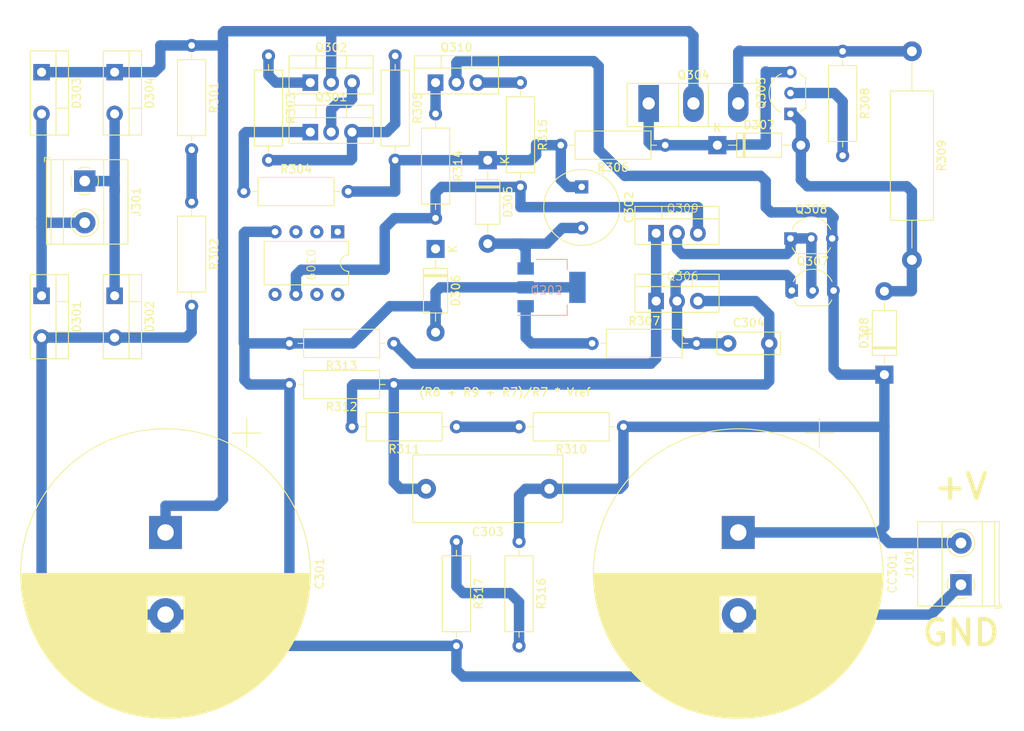
<source format=kicad_pcb>
(kicad_pcb (version 20221018) (generator pcbnew)
  (layers (0 "F.Cu" signal) (31 "B.Cu" signal) (34 "B.Paste" user) (35 "F.Paste" user) (36 "B.SilkS" user "B.Silkscreen") (37 "F.SilkS" user "F.Silkscreen") (38 "B.Mask" user) (39 "F.Mask" user) (44 "Edge.Cuts" user))
  (net 0 "")
  (net 1 "GNDREF")
  (net 2 "VDC")
  (net 3 "AC1")
  (net 4 "AC2")
  (net 5 "Net-(D303-K)")
  (net 6 "Net-(D305-K)")
  (net 7 "Net-(D305-A)")
  (net 8 "Net-(Q306-B)")
  (net 9 "Net-(Q306-C)")
  (net 10 "Net-(D307-K)")
  (net 11 "Net-(D307-A)")
  (net 12 "Net-(D309-K)")
  (net 13 "Net-(Q301-G)")
  (net 14 "Net-(Q301-D)")
  (net 15 "Net-(Q301-S)")
  (net 16 "Net-(Q302-Pad1)")
  (net 17 "Net-(Q303-B)")
  (net 18 "Net-(Q304-S)")
  (net 19 "Net-(Q305-B)")
  (net 20 "Net-(Q306-E)")
  (net 21 "Net-(Q307-B)")
  (net 22 "Net-(Q310-Pad1)")
  (net 23 "Net-(Q310-Pad3)")
  (net 24 "Net-(R301-Pad2)")
  (net 25 "Net-(R310-Pad2)")
  (net 26 "Net-(R316-Pad2)")
  (footprint "Package_TO_SOT_THT:TO-220-3_Vertical" (layer "F.Cu") (at 139.276 76.966)
    (fp_text reference "Q301" (at 2.54 -4.27) (layer "F.SilkS"))
    (fp_text value "DN2540N5-G")
    (pad "1" thru_hole rect (at 0 0) (size 1.905 2) (drill 1.1) (layers "*.Cu" "*.Mask") (net 13 "Net-(Q301-G)"))
    (pad "2" thru_hole oval (at 2.54 0) (size 1.905 2) (drill 1.1) (layers "*.Cu" "*.Mask") (net 14 "Net-(Q301-D)"))
    (pad "3" thru_hole oval (at 5.08 0) (size 1.905 2) (drill 1.1) (layers "*.Cu" "*.Mask") (net 15 "Net-(Q301-S)"))
  )
  (footprint "Resistor_THT:R_Axial_DIN0309_L9.0mm_D3.2mm_P12.70mm_Horizontal" (layer "F.Cu") (at 149.436 102.691 180)
    (fp_text reference "R313" (at 6.35 -2.72) (layer "F.SilkS"))
    (fp_text value "50k")
    (pad "1" thru_hole circle (at 0 0 180) (size 1.6 1.6) (drill 0.8) (layers "*.Cu" "*.Mask") (net 20 "Net-(Q306-E)"))
    (pad "2" thru_hole oval (at 12.7 0 180) (size 1.6 1.6) (drill 0.8) (layers "*.Cu" "*.Mask") (net 1 "GNDREF"))
  )
  (footprint "Resistor_THT:R_Axial_DIN0309_L9.0mm_D3.2mm_P12.70mm_Horizontal" (layer "F.Cu") (at 124.841 66.421 -90)
    (fp_text reference "R301" (at 6.35 -2.72 90) (layer "F.SilkS"))
    (fp_text value "249k")
    (pad "1" thru_hole circle (at 0 0 270) (size 1.6 1.6) (drill 0.8) (layers "*.Cu" "*.Mask") (net 5 "Net-(D303-K)"))
    (pad "2" thru_hole oval (at 12.7 0 270) (size 1.6 1.6) (drill 0.8) (layers "*.Cu" "*.Mask") (net 24 "Net-(R301-Pad2)"))
  )
  (footprint "Resistor_THT:R_Axial_DIN0309_L9.0mm_D3.2mm_P12.70mm_Horizontal" (layer "F.Cu") (at 182.456 78.561 180)
    (fp_text reference "R306" (at 6.35 -2.72) (layer "F.SilkS"))
    (fp_text value "2k")
    (pad "1" thru_hole circle (at 0 0 180) (size 1.6 1.6) (drill 0.8) (layers "*.Cu" "*.Mask") (net 10 "Net-(D307-K)"))
    (pad "2" thru_hole oval (at 12.7 0 180) (size 1.6 1.6) (drill 0.8) (layers "*.Cu" "*.Mask") (net 6 "Net-(D305-K)"))
  )
  (footprint "Capacitor_THT:CP_Radial_Tantal_D9.0mm_P5.00mm" (layer "F.Cu") (at 172.296 83.641 -90)
    (fp_text reference "C302" (at 2.5 -5.75 90) (layer "F.SilkS"))
    (fp_text value "47u")
    (pad "1" thru_hole rect (at 0 0 270) (size 1.6 1.6) (drill 0.8) (layers "*.Cu" "*.Mask") (net 6 "Net-(D305-K)"))
    (pad "2" thru_hole circle (at 5 0 270) (size 1.6 1.6) (drill 0.8) (layers "*.Cu" "*.Mask") (net 7 "Net-(D305-A)"))
  )
  (footprint "Package_TO_SOT_THT:TO-220-3_Vertical" (layer "F.Cu") (at 154.516 70.941)
    (fp_text reference "Q310" (at 2.54 -4.27) (layer "F.SilkS"))
    (fp_text value "~")
    (pad "1" thru_hole rect (at 0 0) (size 1.905 2) (drill 1.1) (layers "*.Cu" "*.Mask") (net 22 "Net-(Q310-Pad1)"))
    (pad "2" thru_hole oval (at 2.54 0) (size 1.905 2) (drill 1.1) (layers "*.Cu" "*.Mask") (net 2 "VDC"))
    (pad "3" thru_hole oval (at 5.08 0) (size 1.905 2) (drill 1.1) (layers "*.Cu" "*.Mask") (net 23 "Net-(Q310-Pad3)"))
  )
  (footprint "Package_TO_SOT_THT:TO-220-2_Vertical" (layer "F.Cu") (at 115.471 69.671 -90)
    (fp_text reference "D304" (at 2.54 -4.27 90) (layer "F.SilkS"))
    (fp_text value "STTH512")
    (pad "1" thru_hole rect (at 0 0 270) (size 2 2) (drill 1.1) (layers "*.Cu" "*.Mask") (net 5 "Net-(D303-K)"))
    (pad "2" thru_hole oval (at 5.08 0 270) (size 2 2) (drill 1.1) (layers "*.Cu" "*.Mask") (net 4 "AC2"))
  )
  (footprint "TerminalBlock_Phoenix:TerminalBlock_Phoenix_MKDS-1,5-2-5.08_1x02_P5.08mm_Horizontal" (layer "F.Cu") (at 111.836 82.926 -90)
    (fp_text reference "J301" (at 2.54 -6.26 90) (layer "F.SilkS"))
    (fp_text value "Screw_Terminal_01x02")
    (pad "1" thru_hole rect (at 0 0 270) (size 2.6 2.6) (drill 1.3) (layers "*.Cu" "*.Mask") (net 4 "AC2"))
    (pad "2" thru_hole circle (at 5.08 0 270) (size 2.6 2.6) (drill 1.3) (layers "*.Cu" "*.Mask") (net 3 "AC1"))
  )
  (footprint "Package_TO_SOT_THT:TO-92_Inline_Wide" (layer "F.Cu") (at 197.866 96.266)
    (fp_text reference "Q307" (at 2.54 -3.56) (layer "F.SilkS"))
    (fp_text value "BC557")
    (pad "1" thru_hole rect (at 0 0) (size 1.5 1.5) (drill 0.8) (layers "*.Cu" "*.Mask") (net 9 "Net-(Q306-C)"))
    (pad "2" thru_hole circle (at 2.54 0) (size 1.5 1.5) (drill 0.8) (layers "*.Cu" "*.Mask") (net 21 "Net-(Q307-B)"))
    (pad "3" thru_hole circle (at 5.08 0) (size 1.5 1.5) (drill 0.8) (layers "*.Cu" "*.Mask") (net 2 "VDC"))
  )
  (footprint "Resistor_THT:R_Axial_DIN0516_L15.5mm_D5.0mm_P25.40mm_Horizontal" (layer "F.Cu") (at 212.471 67.131 -90)
    (fp_text reference "R309" (at 12.7 -3.62 90) (layer "F.SilkS"))
    (fp_text value "5.1")
    (pad "1" thru_hole circle (at 0 0 270) (size 2.4 2.4) (drill 1.2) (layers "*.Cu" "*.Mask") (net 18 "Net-(Q304-S)"))
    (pad "2" thru_hole oval (at 25.4 0 270) (size 2.4 2.4) (drill 1.2) (layers "*.Cu" "*.Mask") (net 11 "Net-(D307-A)"))
  )
  (footprint "Resistor_THT:R_Axial_DIN0309_L9.0mm_D3.2mm_P12.70mm_Horizontal" (layer "F.Cu") (at 149.606 67.691 -90)
    (fp_text reference "R305" (at 6.35 -2.72 90) (layer "F.SilkS"))
    (fp_text value "4.7k")
    (pad "1" thru_hole circle (at 0 0 270) (size 1.6 1.6) (drill 0.8) (layers "*.Cu" "*.Mask") (net 15 "Net-(Q301-S)"))
    (pad "2" thru_hole oval (at 12.7 0 270) (size 1.6 1.6) (drill 0.8) (layers "*.Cu" "*.Mask") (net 6 "Net-(D305-K)"))
  )
  (footprint "Resistor_THT:R_Axial_DIN0309_L9.0mm_D3.2mm_P12.70mm_Horizontal" (layer "F.Cu") (at 164.676 126.821 -90)
    (fp_text reference "R316" (at 6.35 -2.72 90) (layer "F.SilkS"))
    (fp_text value "249k")
    (pad "1" thru_hole circle (at 0 0 270) (size 1.6 1.6) (drill 0.8) (layers "*.Cu" "*.Mask") (net 2 "VDC"))
    (pad "2" thru_hole oval (at 12.7 0 270) (size 1.6 1.6) (drill 0.8) (layers "*.Cu" "*.Mask") (net 26 "Net-(R316-Pad2)"))
  )
  (footprint "Capacitor_THT:CP_Radial_D35.0mm_P10.00mm_SnapIn" (layer "F.Cu") (at 121.666 125.711 -90)
    (fp_text reference "C301" (at 5 -18.75 90) (layer "F.SilkS"))
    (fp_text value "1200u")
    (pad "1" thru_hole rect (at 0 0 270) (size 4 4) (drill 2) (layers "*.Cu" "*.Mask") (net 5 "Net-(D303-K)"))
    (pad "2" thru_hole circle (at 10 0 270) (size 4 4) (drill 2) (layers "*.Cu" "*.Mask") (net 1 "GNDREF"))
  )
  (footprint "Resistor_THT:R_Axial_DIN0309_L9.0mm_D3.2mm_P12.70mm_Horizontal" (layer "F.Cu") (at 177.376 112.851 180)
    (fp_text reference "R310" (at 6.35 -2.72) (layer "F.SilkS"))
    (fp_text value "215k")
    (pad "1" thru_hole circle (at 0 0 180) (size 1.6 1.6) (drill 0.8) (layers "*.Cu" "*.Mask") (net 2 "VDC"))
    (pad "2" thru_hole oval (at 12.7 0 180) (size 1.6 1.6) (drill 0.8) (layers "*.Cu" "*.Mask") (net 25 "Net-(R310-Pad2)"))
  )
  (footprint "Package_TO_SOT_THT:TO-220-2_Vertical" (layer "F.Cu") (at 115.471 96.901 -90)
    (fp_text reference "D302" (at 2.54 -4.27 90) (layer "F.SilkS"))
    (fp_text value "STTH512")
    (pad "1" thru_hole rect (at 0 0 270) (size 2 2) (drill 1.1) (layers "*.Cu" "*.Mask") (net 4 "AC2"))
    (pad "2" thru_hole oval (at 5.08 0 270) (size 2 2) (drill 1.1) (layers "*.Cu" "*.Mask") (net 1 "GNDREF"))
  )
  (footprint "Capacitor_THT:C_Disc_D7.5mm_W2.5mm_P5.00mm" (layer "F.Cu") (at 190.116 102.691)
    (fp_text reference "C304" (at 2.5 -2.5) (layer "F.SilkS"))
    (fp_text value "5p")
    (pad "1" thru_hole circle (at 0 0) (size 2 2) (drill 1) (layers "*.Cu" "*.Mask") (net 9 "Net-(Q306-C)"))
    (pad "2" thru_hole circle (at 5 0) (size 2 2) (drill 1) (layers "*.Cu" "*.Mask") (net 8 "Net-(Q306-B)"))
  )
  (footprint "Package_TO_SOT_THT:TO-220-2_Vertical" (layer "F.Cu") (at 106.581 96.901 -90)
    (fp_text reference "D301" (at 2.54 -4.27 90) (layer "F.SilkS"))
    (fp_text value "STTH512")
    (pad "1" thru_hole rect (at 0 0 270) (size 2 2) (drill 1.1) (layers "*.Cu" "*.Mask") (net 3 "AC1"))
    (pad "2" thru_hole oval (at 5.08 0 270) (size 2 2) (drill 1.1) (layers "*.Cu" "*.Mask") (net 1 "GNDREF"))
  )
  (footprint "TerminalBlock_Phoenix:TerminalBlock_Phoenix_MKDS-1,5-2-5.08_1x02_P5.08mm_Horizontal" (layer "F.Cu") (at 218.44 132.08 90)
    (fp_text reference "J101" (at 2.54 -6.26 90) (layer "F.SilkS"))
    (fp_text value "Screw_Terminal_01x02")
    (pad "1" thru_hole rect (at 0 0 90) (size 2.6 2.6) (drill 1.3) (layers "*.Cu" "*.Mask") (net 1 "GNDREF"))
    (pad "2" thru_hole circle (at 5.08 0 90) (size 2.6 2.6) (drill 1.3) (layers "*.Cu" "*.Mask") (net 2 "VDC"))
  )
  (footprint "Package_TO_SOT_THT:TO-220-2_Vertical" (layer "F.Cu") (at 106.581 69.671 -90)
    (fp_text reference "D303" (at 2.54 -4.27 90) (layer "F.SilkS"))
    (fp_text value "STTH512")
    (pad "1" thru_hole rect (at 0 0 270) (size 2 2) (drill 1.1) (layers "*.Cu" "*.Mask") (net 5 "Net-(D303-K)"))
    (pad "2" thru_hole oval (at 5.08 0 270) (size 2 2) (drill 1.1) (layers "*.Cu" "*.Mask") (net 3 "AC1"))
  )
  (footprint "Capacitor_THT:C_Rect_L18.0mm_W8.0mm_P15.00mm_FKS3_FKP3" (layer "F.Cu") (at 168.366 120.396 180)
    (fp_text reference "C303" (at 7.5 -5.25) (layer "F.SilkS"))
    (fp_text value "47n")
    (pad "1" thru_hole circle (at 0 0 180) (size 2.4 2.4) (drill 1.2) (layers "*.Cu" "*.Mask") (net 2 "VDC"))
    (pad "2" thru_hole circle (at 15 0 180) (size 2.4 2.4) (drill 1.2) (layers "*.Cu" "*.Mask") (net 8 "Net-(Q306-B)"))
  )
  (footprint "Resistor_THT:R_Axial_DIN0309_L9.0mm_D3.2mm_P12.70mm_Horizontal" (layer "F.Cu") (at 134.196 67.691 -90)
    (fp_text reference "R303" (at 6.35 -2.72 90) (layer "F.SilkS"))
    (fp_text value "1k")
    (pad "1" thru_hole circle (at 0 0 270) (size 1.6 1.6) (drill 0.8) (layers "*.Cu" "*.Mask") (net 16 "Net-(Q302-Pad1)"))
    (pad "2" thru_hole oval (at 12.7 0 270) (size 1.6 1.6) (drill 0.8) (layers "*.Cu" "*.Mask") (net 15 "Net-(Q301-S)"))
  )
  (footprint "Package_TO_SOT_THT:TO-220-3_Vertical" (layer "F.Cu") (at 139.276 70.941)
    (fp_text reference "Q302" (at 2.54 -4.27) (layer "F.SilkS"))
    (fp_text value "~")
    (pad "1" thru_hole rect (at 0 0) (size 1.905 2) (drill 1.1) (layers "*.Cu" "*.Mask") (net 16 "Net-(Q302-Pad1)"))
    (pad "2" thru_hole oval (at 2.54 0) (size 1.905 2) (drill 1.1) (layers "*.Cu" "*.Mask") (net 5 "Net-(D303-K)"))
    (pad "3" thru_hole oval (at 5.08 0) (size 1.905 2) (drill 1.1) (layers "*.Cu" "*.Mask") (net 14 "Net-(Q301-D)"))
  )
  (footprint "CustomKicadFootprint:LT1021" (layer "F.Cu") (at 138.811 93.091 -90)
    (fp_text reference "D309" (at 0 -0.5 -90 unlocked) (layer "F.SilkS") (effects (font (thickness 0.1))))
    (fp_text value "10V")
    (pad "" thru_hole rect (at -3.98 -3.8 270) (size 1.6 1.6) (drill 0.8) (layers "*.Cu" "*.Mask"))
    (pad "" thru_hole oval (at -3.98 -1.26 270) (size 1.6 1.6) (drill 0.8) (layers "*.Cu" "*.Mask"))
    (pad "" thru_hole oval (at -3.98 1.28 270) (size 1.6 1.6) (drill 0.8) (layers "*.Cu" "*.Mask"))
    (pad "" thru_hole oval (at 3.64 -3.8 270) (size 1.6 1.6) (drill 0.8) (layers "*.Cu" "*.Mask"))
    (pad "" thru_hole oval (at 3.64 -1.26 270) (size 1.6 1.6) (drill 0.8) (layers "*.Cu" "*.Mask"))
    (pad "" thru_hole oval (at 3.64 3.82 270) (size 1.6 1.6) (drill 0.8) (layers "*.Cu" "*.Mask"))
    (pad "1" thru_hole oval (at 3.64 1.28 270) (size 1.6 1.6) (drill 0.8) (layers "*.Cu" "*.Mask") (net 12 "Net-(D309-K)"))
    (pad "2" thru_hole oval (at -3.98 3.82 270) (size 1.6 1.6) (drill 0.8) (layers "*.Cu" "*.Mask") (net 1 "GNDREF"))
  )
  (footprint "Resistor_THT:R_Axial_DIN0309_L9.0mm_D3.2mm_P12.70mm_Horizontal" (layer "F.Cu") (at 157.056 126.821 -90)
    (fp_text reference "R317" (at 6.35 -2.72 90) (layer "F.SilkS"))
    (fp_text value "249k")
    (pad "1" thru_hole circle (at 0 0 270) (size 1.6 1.6) (drill 0.8) (layers "*.Cu" "*.Mask") (net 26 "Net-(R316-Pad2)"))
    (pad "2" thru_hole oval (at 12.7 0 270) (size 1.6 1.6) (drill 0.8) (layers "*.Cu" "*.Mask") (net 1 "GNDREF"))
  )
  (footprint "Resistor_THT:R_Axial_DIN0309_L9.0mm_D3.2mm_P12.70mm_Horizontal" (layer "F.Cu") (at 124.841 85.471 -90)
    (fp_text reference "R302" (at 6.35 -2.72 90) (layer "F.SilkS"))
    (fp_text value "249k")
    (pad "1" thru_hole circle (at 0 0 270) (size 1.6 1.6) (drill 0.8) (layers "*.Cu" "*.Mask") (net 24 "Net-(R301-Pad2)"))
    (pad "2" thru_hole oval (at 12.7 0 270) (size 1.6 1.6) (drill 0.8) (layers "*.Cu" "*.Mask") (net 1 "GNDREF"))
  )
  (footprint "Package_TO_SOT_THT:TO-247-3_Vertical" (layer "F.Cu") (at 180.446 73.481)
    (fp_text reference "Q304" (at 5.45 -3.45) (layer "F.SilkS"))
    (fp_text value "C2M1000170D")
    (pad "1" thru_hole rect (at 0 0) (size 2.5 4.5) (drill 1.5) (layers "*.Cu" "*.Mask") (net 10 "Net-(D307-K)"))
    (pad "2" thru_hole oval (at 5.45 0) (size 2.5 4.5) (drill 1.5) (layers "*.Cu" "*.Mask") (net 5 "Net-(D303-K)"))
    (pad "3" thru_hole oval (at 10.9 0) (size 2.5 4.5) (drill 1.5) (layers "*.Cu" "*.Mask") (net 18 "Net-(Q304-S)"))
  )
  (footprint "Resistor_THT:R_Axial_DIN0309_L9.0mm_D3.2mm_P12.70mm_Horizontal" (layer "F.Cu") (at 154.516 74.751 -90)
    (fp_text reference "R314" (at 6.35 -2.72 90) (layer "F.SilkS"))
    (fp_text value "1k")
    (pad "1" thru_hole circle (at 0 0 270) (size 1.6 1.6) (drill 0.8) (layers "*.Cu" "*.Mask") (net 22 "Net-(Q310-Pad1)"))
    (pad "2" thru_hole oval (at 12.7 0 270) (size 1.6 1.6) (drill 0.8) (layers "*.Cu" "*.Mask") (net 12 "Net-(D309-K)"))
  )
  (footprint "Resistor_THT:R_Axial_DIN0309_L9.0mm_D3.2mm_P12.70mm_Horizontal" (layer "F.Cu") (at 131.191 84.201)
    (fp_text reference "R304" (at 6.35 -2.72) (layer "F.SilkS"))
    (fp_text value "100R")
    (pad "1" thru_hole circle (at 0 0) (size 1.6 1.6) (drill 0.8) (layers "*.Cu" "*.Mask") (net 13 "Net-(Q301-G)"))
    (pad "2" thru_hole oval (at 12.7 0) (size 1.6 1.6) (drill 0.8) (layers "*.Cu" "*.Mask") (net 6 "Net-(D305-K)"))
  )
  (footprint "Resistor_THT:R_Axial_DIN0309_L9.0mm_D3.2mm_P12.70mm_Horizontal" (layer "F.Cu") (at 157.056 112.851 180)
    (fp_text reference "R311" (at 6.35 -2.72) (layer "F.SilkS"))
    (fp_text value "215k")
    (pad "1" thru_hole circle (at 0 0 180) (size 1.6 1.6) (drill 0.8) (layers "*.Cu" "*.Mask") (net 25 "Net-(R310-Pad2)"))
    (pad "2" thru_hole oval (at 12.7 0 180) (size 1.6 1.6) (drill 0.8) (layers "*.Cu" "*.Mask") (net 8 "Net-(Q306-B)"))
  )
  (footprint "Diode_THT:D_DO-41_SOD81_P10.16mm_Horizontal" (layer "F.Cu") (at 160.866 80.391 -90)
    (fp_text reference "D305" (at 5.08 -2.47 90) (layer "F.SilkS"))
    (fp_text value "1N5927")
    (fp_text user "K" (at 0 -2.1 90) (layer "F.SilkS"))
    (pad "1" thru_hole rect (at 0 0 270) (size 2.2 2.2) (drill 1.1) (layers "*.Cu" "*.Mask") (net 6 "Net-(D305-K)"))
    (pad "2" thru_hole oval (at 10.16 0 270) (size 2.2 2.2) (drill 1.1) (layers "*.Cu" "*.Mask") (net 7 "Net-(D305-A)"))
  )
  (footprint "CustomKicadFootprint:KSC5026" (layer "F.Cu") (at 184.586 95.021)
    (fp_text reference "Q306" (at 0 -0.5 unlocked) (layer "F.SilkS") (effects (font (thickness 0.1))))
    (fp_text value "KSC5026")
    (pad "1" thru_hole oval (at -0.69 2.515) (size 1.905 2) (drill 1.1) (layers "*.Cu" "*.Mask") (net 9 "Net-(Q306-C)"))
    (pad "2" thru_hole oval (at 1.85 2.515) (size 1.905 2) (drill 1.1) (layers "*.Cu" "*.Mask") (net 8 "Net-(Q306-B)"))
    (pad "3" thru_hole rect (at -3.23 2.515) (size 1.905 2) (drill 1.1) (layers "*.Cu" "*.Mask") (net 20 "Net-(Q306-E)"))
  )
  (footprint "Package_TO_SOT_THT:TO-92_Inline_Wide" (layer "F.Cu") (at 197.696 89.916)
    (fp_text reference "Q308" (at 2.54 -3.56) (layer "F.SilkS"))
    (fp_text value "BC557")
    (pad "1" thru_hole rect (at 0 0) (size 1.5 1.5) (drill 0.8) (layers "*.Cu" "*.Mask") (net 21 "Net-(Q307-B)"))
    (pad "2" thru_hole circle (at 2.54 0) (size 1.5 1.5) (drill 0.8) (layers "*.Cu" "*.Mask") (net 21 "Net-(Q307-B)"))
    (pad "3" thru_hole circle (at 5.08 0) (size 1.5 1.5) (drill 0.8) (layers "*.Cu" "*.Mask") (net 2 "VDC"))
  )
  (footprint "Diode_THT:D_DO-41_SOD81_P10.16mm_Horizontal" (layer "F.Cu") (at 209.126 106.501 90)
    (fp_text reference "D308" (at 5.08 -2.47 90) (layer "F.SilkS"))
    (fp_text value "1N4007")
    (fp_text user "K" (at 5.24 -2.1 90) (layer "F.SilkS"))
    (pad "1" thru_hole rect (at 0 0 90) (size 2.2 2.2) (drill 1.1) (layers "*.Cu" "*.Mask") (net 2 "VDC"))
    (pad "2" thru_hole oval (at 10.16 0 90) (size 2.2 2.2) (drill 1.1) (layers "*.Cu" "*.Mask") (net 11 "Net-(D307-A)"))
  )
  (footprint "CustomKicadFootprint:KSC5026" (layer "F.Cu") (at 184.586 86.766)
    (fp_text reference "Q309" (at 0 -0.5 unlocked) (layer "F.SilkS") (effects (font (thickness 0.1))))
    (fp_text value "KSC5026")
    (pad "1" thru_hole oval (at -0.69 2.515) (size 1.905 2) (drill 1.1) (layers "*.Cu" "*.Mask") (net 21 "Net-(Q307-B)"))
    (pad "2" thru_hole oval (at 1.85 2.515) (size 1.905 2) (drill 1.1) (layers "*.Cu" "*.Mask") (net 12 "Net-(D309-K)"))
    (pad "3" thru_hole rect (at -3.23 2.515) (size 1.905 2) (drill 1.1) (layers "*.Cu" "*.Mask") (net 20 "Net-(Q306-E)"))
  )
  (footprint "Capacitor_THT:CP_Radial_D35.0mm_P10.00mm_SnapIn" (layer "F.Cu") (at 191.346 125.711 -90)
    (fp_text reference "CC301" (at 5 -18.75 90) (layer "F.SilkS"))
    (fp_text value "680u")
    (pad "1" thru_hole rect (at 0 0 270) (size 4 4) (drill 2) (layers "*.Cu" "*.Mask") (net 2 "VDC"))
    (pad "2" thru_hole circle (at 10 0 270) (size 4 4) (drill 2) (layers "*.Cu" "*.Mask") (net 1 "GNDREF"))
  )
  (footprint "Resistor_THT:R_Axial_DIN0309_L9.0mm_D3.2mm_P12.70mm_Horizontal" (layer "F.Cu") (at 204.046 67.131 -90)
    (fp_text reference "R308" (at 6.35 -2.72 90) (layer "F.SilkS"))
    (fp_text value "1k")
    (pad "1" thru_hole circle (at 0 0 270) (size 1.6 1.6) (drill 0.8) (layers "*.Cu" "*.Mask") (net 18 "Net-(Q304-S)"))
    (pad "2" thru_hole oval (at 12.7 0 270) (size 1.6 1.6) (drill 0.8) (layers "*.Cu" "*.Mask") (net 19 "Net-(Q305-B)"))
  )
  (footprint "Diode_THT:D_DO-41_SOD81_P10.16mm_Horizontal" (layer "F.Cu") (at 188.806 78.561)
    (fp_text reference "D307" (at 5.08 -2.47) (layer "F.SilkS"))
    (fp_text value "1N5934")
    (fp_text user "K" (at 0 -2.1) (layer "F.SilkS"))
    (pad "1" thru_hole rect (at 0 0) (size 2.2 2.2) (drill 1.1) (layers "*.Cu" "*.Mask") (net 10 "Net-(D307-K)"))
    (pad "2" thru_hole oval (at 10.16 0) (size 2.2 2.2) (drill 1.1) (layers "*.Cu" "*.Mask") (net 11 "Net-(D307-A)"))
  )
  (footprint "Resistor_THT:R_Axial_DIN0309_L9.0mm_D3.2mm_P12.70mm_Horizontal" (layer "F.Cu") (at 164.846 70.941 -90)
    (fp_text reference "R315" (at 6.35 -2.72 90) (layer "F.SilkS"))
    (fp_text value "3k")
    (pad "1" thru_hole circle (at 0 0 270) (size 1.6 1.6) (drill 0.8) (layers "*.Cu" "*.Mask") (net 23 "Net-(Q310-Pad3)"))
    (pad "2" thru_hole oval (at 12.7 0 270) (size 1.6 1.6) (drill 0.8) (layers "*.Cu" "*.Mask") (net 12 "Net-(D309-K)"))
  )
  (footprint "Resistor_THT:R_Axial_DIN0309_L9.0mm_D3.2mm_P12.70mm_Horizontal" (layer "F.Cu") (at 173.566 102.691)
    (fp_text reference "R307" (at 6.35 -2.72) (layer "F.SilkS"))
    (fp_text value "49.9")
    (pad "1" thru_hole circle (at 0 0) (size 1.6 1.6) (drill 0.8) (layers "*.Cu" "*.Mask") (net 17 "Net-(Q303-B)"))
    (pad "2" thru_hole oval (at 12.7 0) (size 1.6 1.6) (drill 0.8) (layers "*.Cu" "*.Mask") (net 9 "Net-(Q306-C)"))
  )
  (footprint "Package_TO_SOT_THT:TO-92_Inline_Wide" (layer "F.Cu") (at 197.696 74.751 90)
    (fp_text reference "Q305" (at 2.54 -3.56 90) (layer "F.SilkS"))
    (fp_text value "2N3904")
    (pad "1" thru_hole rect (at 0 0 90) (size 1.5 1.5) (drill 0.8) (layers "*.Cu" "*.Mask") (net 11 "Net-(D307-A)"))
    (pad "2" thru_hole circle (at 2.54 0 90) (size 1.5 1.5) (drill 0.8) (layers "*.Cu" "*.Mask") (net 19 "Net-(Q305-B)"))
    (pad "3" thru_hole circle (at 5.08 0 90) (size 1.5 1.5) (drill 0.8) (layers "*.Cu" "*.Mask") (net 10 "Net-(D307-K)"))
  )
  (footprint "Diode_THT:D_DO-41_SOD81_P10.16mm_Horizontal" (layer "F.Cu") (at 154.516 91.186 -90)
    (fp_text reference "D306" (at 5.08 -2.47 90) (layer "F.SilkS"))
    (fp_text value "1N4007")
    (fp_text user "K" (at 0 -2.1 90) (layer "F.SilkS"))
    (pad "1" thru_hole rect (at 0 0 270) (size 2.2 2.2) (drill 1.1) (layers "*.Cu" "*.Mask") (net 7 "Net-(D305-A)"))
    (pad "2" thru_hole oval (at 10.16 0 270) (size 2.2 2.2) (drill 1.1) (layers "*.Cu" "*.Mask") (net 1 "GNDREF"))
  )
  (footprint "Resistor_THT:R_Axial_DIN0309_L9.0mm_D3.2mm_P12.70mm_Horizontal" (layer "F.Cu") (at 149.436 107.696 180)
    (fp_text reference "R312" (at 6.35 -2.72) (layer "F.SilkS"))
    (fp_text value "20k")
    (pad "1" thru_hole circle (at 0 0 180) (size 1.6 1.6) (drill 0.8) (layers "*.Cu" "*.Mask") (net 8 "Net-(Q306-B)"))
    (pad "2" thru_hole oval (at 12.7 0 180) (size 1.6 1.6) (drill 0.8) (layers "*.Cu" "*.Mask") (net 1 "GNDREF"))
  )
  (footprint "CustomKicadFootprint:STN9360" (layer "B.Cu") (at 168.021 95.631)
    (fp_text reference "Q303" (at 0 0.5 -180 unlocked) (layer "B.SilkS") (effects (font (thickness 0.1)) (justify mirror)))
    (fp_text value "STN9360")
    (pad "1" smd rect (at -2.54 0.24) (size 2 1.5) (layers "B.Cu" "B.Paste" "B.Mask") (net 1 "GNDREF"))
    (pad "1" smd rect (at 3.76 0.24) (size 2 3.8) (layers "B.Cu" "B.Paste" "B.Mask") (net 1 "GNDREF"))
    (pad "2" smd rect (at -2.54 2.54) (size 2 1.5) (layers "B.Cu" "B.Paste" "B.Mask") (net 17 "Net-(Q303-B)"))
    (pad "3" smd rect (at -2.54 -2.06) (size 2 1.5) (layers "B.Cu" "B.Paste" "B.Mask") (net 7 "Net-(D305-A)"))
  )
  (gr_text "+V" (at 218.44 121.92) (layer "F.SilkS") (effects (font (size 3.048 3.048) (thickness 0.508) bold) (justify bottom)))
  (gr_text "(R8 + R9 + R7)/R7 * Vref" (at 152.4 109.22) (layer "F.SilkS") (effects (font (size 1 1)) (justify left bottom)))
  (gr_text "GND" (at 218.44 139.7) (layer "F.SilkS") (effects (font (size 3.048 3.048) (thickness 0.508) bold) (justify bottom)))
  (segment (start 131.266 102.691) (end 131.266 107.136) (width 1.27) (layer "B.Cu") (net 1))
  (segment (start 124.841 98.171) (end 124.841 101.331) (width 1.27) (layer "B.Cu") (net 1))
  (segment (start 165.481 95.871) (end 155.081 95.871) (width 1.27) (layer "B.Cu") (net 1))
  (segment (start 136.736 134.427499) (end 135.452499 135.711) (width 1.27) (layer "B.Cu") (net 1))
  (segment (start 171.781 95.871) (end 165.481 95.871) (width 1.27) (layer "B.Cu") (net 1))
  (segment (start 157.056 142.451) (end 157.056 139.521) (width 1.27) (layer "B.Cu") (net 1))
  (segment (start 135.452499 135.711) (end 121.666 135.711) (width 1.27) (layer "B.Cu") (net 1))
  (segment (start 131.191 89.281) (end 131.191 102.616) (width 1.27) (layer "B.Cu") (net 1))
  (segment (start 131.361 89.111) (end 131.191 89.281) (width 1.27) (layer "B.Cu") (net 1))
  (segment (start 108.458 135.781499) (end 108.528499 135.711) (width 1.27) (layer "B.Cu") (net 1))
  (segment (start 122.376 139.521) (end 121.666 138.811) (width 1.27) (layer "B.Cu") (net 1))
  (segment (start 154.051 98.171) (end 154.686 98.806) (width 1.27) (layer "B.Cu") (net 1))
  (segment (start 108.528499 135.711) (end 121.666 135.711) (width 1.27) (layer "B.Cu") (net 1))
  (segment (start 191.346 135.711) (end 214.809 135.711) (width 1.27) (layer "B.Cu") (net 1))
  (segment (start 148.971 98.171) (end 154.051 98.171) (width 1.27) (layer "B.Cu") (net 1))
  (segment (start 136.736 102.691) (end 144.451 102.691) (width 1.27) (layer "B.Cu") (net 1))
  (segment (start 154.516 98.976) (end 154.516 101.346) (width 1.27) (layer "B.Cu") (net 1))
  (segment (start 191.346 135.711) (end 191.346 141.521) (width 1.27) (layer "B.Cu") (net 1))
  (segment (start 131.826 107.696) (end 136.736 107.696) (width 1.27) (layer "B.Cu") (net 1))
  (segment (start 191.346 141.521) (end 189.611 143.256) (width 1.27) (layer "B.Cu") (net 1))
  (segment (start 124.841 101.331) (end 124.191 101.981) (width 1.27) (layer "B.Cu") (net 1))
  (segment (start 136.736 107.696) (end 136.736 134.427499) (width 1.27) (layer "B.Cu") (net 1))
  (segment (start 144.451 102.691) (end 148.971 98.171) (width 1.27) (layer "B.Cu") (net 1))
  (segment (start 155.081 95.871) (end 154.516 96.436) (width 1.27) (layer "B.Cu") (net 1))
  (segment (start 189.611 143.256) (end 157.861 143.256) (width 1.27) (layer "B.Cu") (net 1))
  (segment (start 106.581 101.981) (end 115.471 101.981) (width 1.27) (layer "B.Cu") (net 1))
  (segment (start 134.991 89.111) (end 131.361 89.111) (width 1.27) (layer "B.Cu") (net 1))
  (segment (start 214.809 135.711) (end 218.44 132.08) (width 1.27) (layer "B.Cu") (net 1))
  (segment (start 106.581 133.904499) (end 108.458 135.781499) (width 1.27) (layer "B.Cu") (net 1))
  (segment (start 106.581 101.981) (end 106.581 133.904499) (width 1.27) (layer "B.Cu") (net 1))
  (segment (start 154.516 96.436) (end 154.516 101.346) (width 1.27) (layer "B.Cu") (net 1))
  (segment (start 157.861 143.256) (end 157.056 142.451) (width 1.27) (layer "B.Cu") (net 1))
  (segment (start 131.266 102.691) (end 136.736 102.691) (width 1.27) (layer "B.Cu") (net 1))
  (segment (start 131.191 102.616) (end 131.266 102.691) (width 1.27) (layer "B.Cu") (net 1))
  (segment (start 154.686 98.806) (end 154.516 98.976) (width 1.27) (layer "B.Cu") (net 1))
  (segment (start 131.266 107.136) (end 131.826 107.696) (width 1.27) (layer "B.Cu") (net 1))
  (segment (start 124.191 101.981) (end 115.471 101.981) (width 1.27) (layer "B.Cu") (net 1))
  (segment (start 121.666 138.811) (end 121.666 135.711) (width 1.27) (layer "B.Cu") (net 1))
  (segment (start 157.056 139.521) (end 122.376 139.521) (width 1.27) (layer "B.Cu") (net 1))
  (segment (start 194.691 82.931) (end 194.691 86.106) (width 1.27) (layer "B.Cu") (net 2))
  (segment (start 194.056 82.296) (end 194.691 82.931) (width 1.27) (layer "B.Cu") (net 2))
  (segment (start 202.311 86.741) (end 202.946 87.376) (width 1.27) (layer "B.Cu") (net 2))
  (segment (start 157.226 68.326) (end 173.736 68.326) (width 1.27) (layer "B.Cu") (net 2))
  (segment (start 218.44 127) (end 209.715 127) (width 1.27) (layer "B.Cu") (net 2))
  (segment (start 177.376 119.931) (end 176.911 120.396) (width 1.27) (layer "B.Cu") (net 2))
  (segment (start 202.946 96.266) (end 202.946 105.791) (width 1.27) (layer "B.Cu") (net 2))
  (segment (start 209.126 125.011) (end 208.426 125.711) (width 1.27) (layer "B.Cu") (net 2))
  (segment (start 195.326 86.741) (end 202.311 86.741) (width 1.27) (layer "B.Cu") (net 2))
  (segment (start 194.691 86.106) (end 195.326 86.741) (width 1.27) (layer "B.Cu") (net 2))
  (segment (start 202.776 89.991) (end 202.776 96.626) (width 1.27) (layer "B.Cu") (net 2))
  (segment (start 173.736 68.326) (end 174.371 68.961) (width 1.27) (layer "B.Cu") (net 2))
  (segment (start 174.371 79.121) (end 177.546 82.296) (width 1.27) (layer "B.Cu") (net 2))
  (segment (start 164.676 121.201) (end 164.676 126.821) (width 1.27) (layer "B.Cu") (net 2))
  (segment (start 202.946 105.791) (end 203.656 106.501) (width 1.27) (layer "B.Cu") (net 2))
  (segment (start 177.376 112.851) (end 209.051 112.851) (width 1.27) (layer "B.Cu") (net 2))
  (segment (start 157.056 68.496) (end 157.226 68.326) (width 1.27) (layer "B.Cu") (net 2))
  (segment (start 174.371 68.961) (end 174.371 79.121) (width 1.27) (layer "B.Cu") (net 2))
  (segment (start 165.481 120.396) (end 164.676 121.201) (width 1.27) (layer "B.Cu") (net 2))
  (segment (start 203.656 106.501) (end 209.126 106.501) (width 1.27) (layer "B.Cu") (net 2))
  (segment (start 209.051 112.851) (end 209.126 112.776) (width 1.27) (layer "B.Cu") (net 2))
  (segment (start 168.366 120.396) (end 165.481 120.396) (width 1.27) (layer "B.Cu") (net 2))
  (segment (start 202.946 87.376) (end 202.776 87.546) (width 1.27) (layer "B.Cu") (net 2))
  (segment (start 177.546 82.296) (end 194.056 82.296) (width 1.27) (layer "B.Cu") (net 2))
  (segment (start 209.126 112.776) (end 209.126 125.011) (width 1.27) (layer "B.Cu") (net 2))
  (segment (start 208.426 125.711) (end 191.346 125.711) (width 1.27) (layer "B.Cu") (net 2))
  (segment (start 177.376 112.851) (end 177.376 119.931) (width 1.27) (layer "B.Cu") (net 2))
  (segment (start 202.776 87.546) (end 202.776 89.916) (width 1.27) (layer "B.Cu") (net 2))
  (segment (start 157.056 70.941) (end 157.056 68.496) (width 1.27) (layer "B.Cu") (net 2))
  (segment (start 209.126 106.501) (end 209.126 112.776) (width 1.27) (layer "B.Cu") (net 2))
  (segment (start 176.911 120.396) (end 168.366 120.396) (width 1.27) (layer "B.Cu") (net 2))
  (segment (start 209.715 127) (end 208.426 125.711) (width 1.27) (layer "B.Cu") (net 2))
  (segment (start 106.581 88.491) (end 107.066 88.006) (width 1.27) (layer "B.Cu") (net 3))
  (segment (start 106.581 96.901) (end 106.581 88.491) (width 1.27) (layer "B.Cu") (net 3))
  (segment (start 107.066 88.006) (end 111.836 88.006) (width 1.27) (layer "B.Cu") (net 3))
  (segment (start 106.581 74.751) (end 106.581 87.521) (width 1.27) (layer "B.Cu") (net 3))
  (segment (start 106.581 87.521) (end 107.066 88.006) (width 1.27) (layer "B.Cu") (net 3))
  (segment (start 106.581 87.521) (end 106.581 88.491) (width 1.27) (layer "B.Cu") (net 3))
  (segment (start 115.471 84.201) (end 115.471 83.721) (width 1.27) (layer "B.Cu") (net 4))
  (segment (start 114.681 82.931) (end 114.676 82.926) (width 1.27) (layer "B.Cu") (net 4))
  (segment (start 114.676 82.926) (end 111.836 82.926) (width 1.27) (layer "B.Cu") (net 4))
  (segment (start 115.471 74.751) (end 115.471 82.141) (width 1.27) (layer "B.Cu") (net 4))
  (segment (start 115.471 96.901) (end 115.471 84.201) (width 1.27) (layer "B.Cu") (net 4))
  (segment (start 115.471 84.201) (end 115.471 82.141) (width 1.27) (layer "B.Cu") (net 4))
  (segment (start 141.816 64.686) (end 141.816 70.941) (width 1.27) (layer "B.Cu") (net 5))
  (segment (start 185.336 64.686) (end 185.896 65.246) (width 1.27) (layer "B.Cu") (net 5))
  (segment (start 127.856 122.461) (end 121.666 122.461) (width 1.27) (layer "B.Cu") (net 5))
  (segment (start 121.666 122.461) (end 121.666 125.711) (width 1.27) (layer "B.Cu") (net 5))
  (segment (start 121.031 68.961) (end 121.031 66.421) (width 1.27) (layer "B.Cu") (net 5))
  (segment (start 185.896 65.246) (end 185.896 73.481) (width 1.27) (layer "B.Cu") (net 5))
  (segment (start 141.816 64.686) (end 128.821 64.686) (width 1.27) (layer "B.Cu") (net 5))
  (segment (start 128.651 121.666) (end 127.856 122.461) (width 1.27) (layer "B.Cu") (net 5))
  (segment (start 128.821 64.686) (end 128.651 64.856) (width 1.27) (layer "B.Cu") (net 5))
  (segment (start 141.816 64.686) (end 185.336 64.686) (width 1.27) (layer "B.Cu") (net 5))
  (segment (start 128.651 66.421) (end 128.651 121.666) (width 1.27) (layer "B.Cu") (net 5))
  (segment (start 115.471 69.671) (end 120.321 69.671) (width 1.27) (layer "B.Cu") (net 5))
  (segment (start 106.581 69.671) (end 115.471 69.671) (width 1.27) (layer "B.Cu") (net 5))
  (segment (start 124.841 66.421) (end 128.651 66.421) (width 1.27) (layer "B.Cu") (net 5))
  (segment (start 120.321 69.671) (end 121.031 68.961) (width 1.27) (layer "B.Cu") (net 5))
  (segment (start 128.651 64.856) (end 128.651 66.421) (width 1.27) (layer "B.Cu") (net 5))
  (segment (start 121.031 66.421) (end 124.841 66.421) (width 1.27) (layer "B.Cu") (net 5))
  (segment (start 166.116 80.391) (end 166.751 79.756) (width 1.27) (layer "B.Cu") (net 6))
  (segment (start 169.756 78.561) (end 169.756 82.761) (width 1.27) (layer "B.Cu") (net 6))
  (segment (start 149.606 80.391) (end 161.036 80.391) (width 1.27) (layer "B.Cu") (net 6))
  (segment (start 169.756 82.761) (end 170.636 83.641) (width 1.27) (layer "B.Cu") (net 6))
  (segment (start 143.891 84.201) (end 149.606 84.201) (width 1.27) (layer "B.Cu") (net 6))
  (segment (start 161.036 80.391) (end 160.866 80.221) (width 1.27) (layer "B.Cu") (net 6))
  (segment (start 166.751 78.486) (end 166.826 78.561) (width 1.27) (layer "B.Cu") (net 6))
  (segment (start 166.751 79.756) (end 166.751 78.486) (width 1.27) (layer "B.Cu") (net 6))
  (segment (start 170.636 83.641) (end 172.296 83.641) (width 1.27) (layer "B.Cu") (net 6))
  (segment (start 161.036 80.391) (end 166.116 80.391) (width 1.27) (layer "B.Cu") (net 6))
  (segment (start 166.826 78.561) (end 169.756 78.561) (width 1.27) (layer "B.Cu") (net 6))
  (segment (start 149.606 84.201) (end 149.606 80.391) (width 1.27) (layer "B.Cu") (net 6))
  (segment (start 172.296 88.641) (end 169.931 88.641) (width 1.27) (layer "B.Cu") (net 7))
  (segment (start 160.866 90.551) (end 164.846 90.551) (width 1.27) (layer "B.Cu") (net 7))
  (segment (start 165.481 91.186) (end 165.481 93.571) (width 1.27) (layer "B.Cu") (net 7))
  (segment (start 169.931 88.641) (end 168.021 90.551) (width 1.27) (layer "B.Cu") (net 7))
  (segment (start 164.846 90.551) (end 165.481 91.186) (width 1.27) (layer "B.Cu") (net 7))
  (segment (start 168.021 90.551) (end 164.846 90.551) (width 1.27) (layer "B.Cu") (net 7))
  (segment (start 144.356 112.851) (end 144.356 107.866) (width 1.27) (layer "B.Cu") (net 8))
  (segment (start 195.116 99.231) (end 195.116 102.691) (width 1.27) (layer "B.Cu") (net 8))
  (segment (start 144.356 107.866) (end 144.526 107.696) (width 1.27) (layer "B.Cu") (net 8))
  (segment (start 194.691 107.696) (end 149.436 107.696) (width 1.27) (layer "B.Cu") (net 8))
  (segment (start 144.526 107.696) (end 149.436 107.696) (width 1.27) (layer "B.Cu") (net 8))
  (segment (start 149.436 107.696) (end 149.436 119.591) (width 1.27) (layer "B.Cu") (net 8))
  (segment (start 150.241 120.396) (end 153.366 120.396) (width 1.27) (layer "B.Cu") (net 8))
  (segment (start 195.116 102.691) (end 195.116 107.271) (width 1.27) (layer "B.Cu") (net 8))
  (segment (start 149.436 119.591) (end 150.241 120.396) (width 1.27) (layer "B.Cu") (net 8))
  (segment (start 186.436 97.536) (end 193.421 97.536) (width 1.27) (layer "B.Cu") (net 8))
  (segment (start 195.116 107.271) (end 194.691 107.696) (width 1.27) (layer "B.Cu") (net 8))
  (segment (start 193.421 97.536) (end 195.116 99.231) (width 1.27) (layer "B.Cu") (net 8))
  (segment (start 197.696 94.826) (end 197.231 94.361) (width 1.27) (layer "B.Cu") (net 9))
  (segment (start 184.606 102.691) (end 186.266 102.691) (width 1.27) (layer "B.Cu") (net 9))
  (segment (start 184.531 94.361) (end 183.726 95.166) (width 1.27) (layer "B.Cu") (net 9))
  (segment (start 190.116 102.691) (end 186.266 102.691) (width 1.27) (layer "B.Cu") (net 9))
  (segment (start 183.726 95.166) (end 183.726 97.586) (width 1.27) (layer "B.Cu") (net 9))
  (segment (start 197.696 96.626) (end 197.696 94.826) (width 1.27) (layer "B.Cu") (net 9))
  (segment (start 183.896 101.981) (end 184.606 102.691) (width 1.27) (layer "B.Cu") (net 9))
  (segment (start 197.231 94.361) (end 184.531 94.361) (width 1.27) (layer "B.Cu") (net 9))
  (segment (start 183.896 97.536) (end 183.896 101.981) (width 1.27) (layer "B.Cu") (net 9))
  (segment (start 180.796 78.561) (end 182.456 78.561) (width 1.27) (layer "B.Cu") (net 10))
  (segment (start 188.806 78.561) (end 191.176 78.561) (width 1.27) (layer "B.Cu") (net 10))
  (segment (start 194.691 69.596) (end 194.766 69.671) (width 1.27) (layer "B.Cu") (net 10))
  (segment (start 194.691 78.486) (end 194.691 69.596) (width 1.27) (layer "B.Cu") (net 10))
  (segment (start 191.251 78.486) (end 194.691 78.486) (width 1.27) (layer "B.Cu") (net 10))
  (segment (start 180.446 78.211) (end 180.796 78.561) (width 1.27) (layer "B.Cu") (net 10))
  (segment (start 182.456 78.561) (end 188.806 78.561) (width 1.27) (layer "B.Cu") (net 10))
  (segment (start 194.766 69.671) (end 197.696 69.671) (width 1.27) (layer "B.Cu") (net 10))
  (segment (start 191.176 78.561) (end 191.251 78.486) (width 1.27) (layer "B.Cu") (net 10))
  (segment (start 180.446 73.481) (end 180.446 78.211) (width 1.27) (layer "B.Cu") (net 10))
  (segment (start 212.471 92.531) (end 212.471 96.266) (width 1.27) (layer "B.Cu") (net 11))
  (segment (start 211.836 83.566) (end 212.471 84.201) (width 1.27) (layer "B.Cu") (net 11))
  (segment (start 212.396 96.341) (end 209.126 96.341) (width 1.27) (layer "B.Cu") (net 11))
  (segment (start 197.696 74.751) (end 197.941 74.751) (width 1.27) (layer "B.Cu") (net 11))
  (segment (start 199.771 83.566) (end 211.836 83.566) (width 1.27) (layer "B.Cu") (net 11))
  (segment (start 212.471 96.266) (end 212.396 96.341) (width 1.27) (layer "B.Cu") (net 11))
  (segment (start 212.471 84.201) (end 212.471 92.531) (width 1.27) (layer "B.Cu") (net 11))
  (segment (start 198.966 82.761) (end 199.771 83.566) (width 1.27) (layer "B.Cu") (net 11))
  (segment (start 198.966 75.776) (end 198.966 78.561) (width 1.27) (layer "B.Cu") (net 11))
  (segment (start 198.966 78.561) (end 198.966 82.761) (width 1.27) (layer "B.Cu") (net 11))
  (segment (start 197.941 74.751) (end 198.966 75.776) (width 1.27) (layer "B.Cu") (net 11))
  (segment (start 154.516 87.451) (end 149.531 87.451) (width 1.27) (layer "B.Cu") (net 12))
  (segment (start 148.336 88.646) (end 148.336 93.726) (width 1.27) (layer "B.Cu") (net 12))
  (segment (start 164.846 83.641) (end 155.246 83.641) (width 1.27) (layer "B.Cu") (net 12))
  (segment (start 155.246 83.641) (end 154.516 84.371) (width 1.27) (layer "B.Cu") (net 12))
  (segment (start 186.436 89.281) (end 186.436 86.106) (width 1.27) (layer "B.Cu") (net 12))
  (segment (start 186.436 86.106) (end 164.846 86.106) (width 1.27) (layer "B.Cu") (net 12))
  (segment (start 154.516 84.371) (end 154.516 87.451) (width 1.27) (layer "B.Cu") (net 12))
  (segment (start 137.531 94.371) (end 137.531 96.731) (width 1.27) (layer "B.Cu") (net 12))
  (segment (start 148.336 93.726) (end 138.176 93.726) (width 1.27) (layer "B.Cu") (net 12))
  (segment (start 164.846 86.106) (end 164.846 83.641) (width 1.27) (layer "B.Cu") (net 12))
  (segment (start 149.531 87.451) (end 148.336 88.646) (width 1.27) (layer "B.Cu") (net 12))
  (segment (start 138.176 93.726) (end 137.531 94.371) (width 1.27) (layer "B.Cu") (net 12))
  (segment (start 139.276 76.966) (end 131.441 76.966) (width 1.27) (layer "B.Cu") (net 13))
  (segment (start 131.441 76.966) (end 131.191 77.216) (width 1.27) (layer "B.Cu") (net 13))
  (segment (start 131.191 77.216) (end 131.191 84.201) (width 1.27) (layer "B.Cu") (net 13))
  (segment (start 142.621 73.406) (end 141.816 74.211) (width 1.27) (layer "B.Cu") (net 14))
  (segment (start 143.891 73.406) (end 142.621 73.406) (width 1.27) (layer "B.Cu") (net 14))
  (segment (start 141.816 74.211) (end 141.816 76.966) (width 1.27) (layer "B.Cu") (net 14))
  (segment (start 144.356 72.941) (end 143.891 73.406) (width 1.27) (layer "B.Cu") (net 14))
  (segment (start 144.356 70.941) (end 144.356 72.941) (width 1.27) (layer "B.Cu") (net 14))
  (segment (start 144.356 76.966) (end 148.586 76.966) (width 1.27) (layer "B.Cu") (net 15))
  (segment (start 148.586 76.966) (end 149.606 75.946) (width 1.27) (layer "B.Cu") (net 15))
  (segment (start 144.356 80.221) (end 144.356 76.966) (width 1.27) (layer "B.Cu") (net 15))
  (segment (start 144.356 80.221) (end 144.186 80.391) (width 1.27) (layer "B.Cu") (net 15))
  (segment (start 149.606 75.946) (end 149.606 67.691) (width 1.27) (layer "B.Cu") (net 15))
  (segment (start 144.186 80.391) (end 134.196 80.391) (width 1.27) (layer "B.Cu") (net 15))
  (segment (start 135.076 70.941) (end 134.196 70.061) (width 1.27) (layer "B.Cu") (net 16))
  (segment (start 134.196 70.061) (end 134.196 67.691) (width 1.27) (layer "B.Cu") (net 16))
  (segment (start 139.276 70.941) (end 135.076 70.941) (width 1.27) (layer "B.Cu") (net 16))
  (segment (start 165.481 101.981) (end 166.191 102.691) (width 1.27) (layer "B.Cu") (net 17))
  (segment (start 165.481 98.171) (end 165.481 101.981) (width 1.27) (layer "B.Cu") (net 17))
  (segment (start 166.191 102.691) (end 173.566 102.691) (width 1.27) (layer "B.Cu") (net 17))
  (segment (start 191.591 67.131) (end 204.046 67.131) (width 1.27) (layer "B.Cu") (net 18))
  (segment (start 204.046 67.131) (end 212.471 67.131) (width 1.27) (layer "B.Cu") (net 18))
  (segment (start 191.346 67.226) (end 191.516 67.056) (width 1.27) (layer "B.Cu") (net 18))
  (segment (start 191.346 73.481) (end 191.346 67.226) (width 1.27) (layer "B.Cu") (net 18))
  (segment (start 191.516 67.056) (end 191.591 67.131) (width 1.27) (layer "B.Cu") (net 18))
  (segment (start 203.021 72.211) (end 204.046 73.236) (width 1.27) (layer "B.Cu") (net 19))
  (segment (start 204.046 73.236) (end 204.046 79.831) (width 1.27) (layer "B.Cu") (net 19))
  (segment (start 197.696 72.211) (end 203.021 72.211) (width 1.27) (layer "B.Cu") (net 19))
  (segment (start 151.901 105.156) (end 149.436 102.691) (width 1.27) (layer "B.Cu") (net 20))
  (segment (start 181.356 97.536) (end 181.356 104.521) (width 1.27) (layer "B.Cu") (net 20))
  (segment (start 180.721 105.156) (end 151.901 105.156) (width 1.27) (layer "B.Cu") (net 20))
  (segment (start 181.356 104.521) (end 180.721 105.156) (width 1.27) (layer "B.Cu") (net 20))
  (segment (start 181.356 89.281) (end 181.356 97.536) (width 1.27) (layer "B.Cu") (net 20))
  (segment (start 184.531 91.821) (end 183.896 91.186) (width 1.27) (layer "B.Cu") (net 21))
  (segment (start 183.896 91.186) (end 183.896 89.256) (width 1.27) (layer "B.Cu") (net 21))
  (segment (start 197.696 89.991) (end 197.696 91.356) (width 1.27) (layer "B.Cu") (net 21))
  (segment (start 197.231 91.821) (end 184.531 91.821) (width 1.27) (layer "B.Cu") (net 21))
  (segment (start 197.696 89.916) (end 200.236 89.916) (width 1.27) (layer "B.Cu") (net 21))
  (segment (start 200.236 96.626) (end 200.236 89.991) (width 1.27) (layer "B.Cu") (net 21))
  (segment (start 197.696 91.356) (end 197.231 91.821) (width 1.27) (layer "B.Cu") (net 21))
  (segment (start 154.516 70.941) (end 154.516 74.751) (width 1.27) (layer "B.Cu") (net 22))
  (segment (start 159.596 70.941) (end 164.846 70.941) (width 1.27) (layer "B.Cu") (net 23))
  (segment (start 124.841 79.121) (end 124.841 85.471) (width 1.27) (layer "B.Cu") (net 24))
  (segment (start 157.056 112.851) (end 164.676 112.851) (width 1.27) (layer "B.Cu") (net 25))
  (segment (start 164.676 139.521) (end 164.676 134.196) (width 1.27) (layer "B.Cu") (net 26))
  (segment (start 157.861 133.096) (end 157.056 132.291) (width 1.27) (layer "B.Cu") (net 26))
  (segment (start 164.676 134.196) (end 163.576 133.096) (width 1.27) (layer "B.Cu") (net 26))
  (segment (start 163.576 133.096) (end 157.861 133.096) (width 1.27) (layer "B.Cu") (net 26))
  (segment (start 157.056 132.291) (end 157.056 126.821) (width 1.27) (layer "B.Cu") (net 26))
)
</source>
